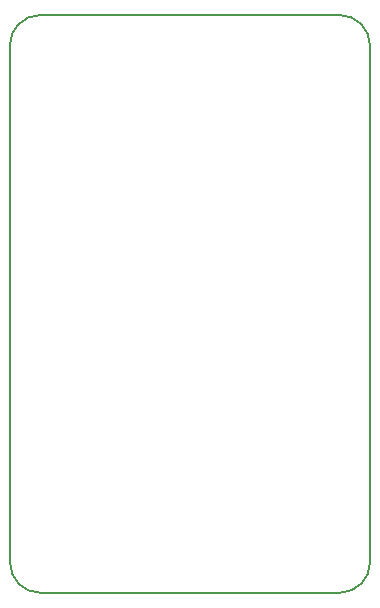
<source format=gbr>
G04 #@! TF.FileFunction,Profile,NP*
%FSLAX46Y46*%
G04 Gerber Fmt 4.6, Leading zero omitted, Abs format (unit mm)*
G04 Created by KiCad (PCBNEW 4.0.6) date 12/04/17 20:40:56*
%MOMM*%
%LPD*%
G01*
G04 APERTURE LIST*
%ADD10C,0.050000*%
%ADD11C,0.150000*%
G04 APERTURE END LIST*
D10*
D11*
X123190000Y-96520000D02*
X123190000Y-52705000D01*
X153670000Y-52705000D02*
X153670000Y-96520000D01*
X125730000Y-50165000D02*
X151130000Y-50165000D01*
X125730000Y-50165000D02*
G75*
G03X123190000Y-52705000I0J-2540000D01*
G01*
X153670000Y-52705000D02*
G75*
G03X151130000Y-50165000I-2540000J0D01*
G01*
X125730000Y-99060000D02*
X151130000Y-99060000D01*
X123190000Y-96520000D02*
G75*
G03X125730000Y-99060000I2540000J0D01*
G01*
X151130000Y-99060000D02*
G75*
G03X153670000Y-96520000I0J2540000D01*
G01*
M02*

</source>
